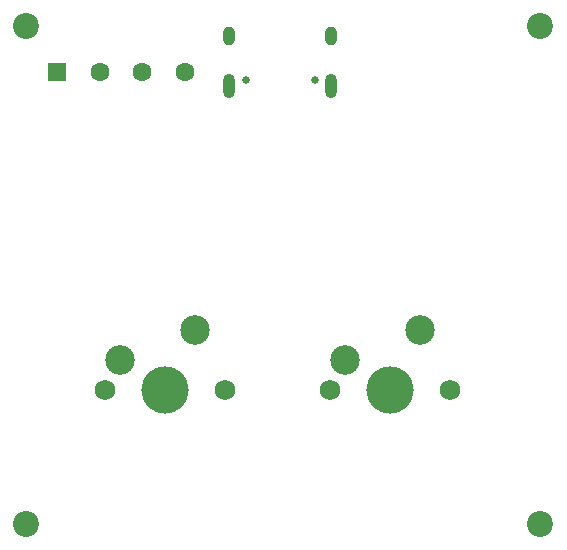
<source format=gbr>
%TF.GenerationSoftware,KiCad,Pcbnew,(6.0.7)*%
%TF.CreationDate,2022-09-15T12:25:05+02:00*%
%TF.ProjectId,rp2040-keypad,72703230-3430-42d6-9b65-797061642e6b,rev?*%
%TF.SameCoordinates,Original*%
%TF.FileFunction,Soldermask,Bot*%
%TF.FilePolarity,Negative*%
%FSLAX46Y46*%
G04 Gerber Fmt 4.6, Leading zero omitted, Abs format (unit mm)*
G04 Created by KiCad (PCBNEW (6.0.7)) date 2022-09-15 12:25:05*
%MOMM*%
%LPD*%
G01*
G04 APERTURE LIST*
G04 Aperture macros list*
%AMRoundRect*
0 Rectangle with rounded corners*
0 $1 Rounding radius*
0 $2 $3 $4 $5 $6 $7 $8 $9 X,Y pos of 4 corners*
0 Add a 4 corners polygon primitive as box body*
4,1,4,$2,$3,$4,$5,$6,$7,$8,$9,$2,$3,0*
0 Add four circle primitives for the rounded corners*
1,1,$1+$1,$2,$3*
1,1,$1+$1,$4,$5*
1,1,$1+$1,$6,$7*
1,1,$1+$1,$8,$9*
0 Add four rect primitives between the rounded corners*
20,1,$1+$1,$2,$3,$4,$5,0*
20,1,$1+$1,$4,$5,$6,$7,0*
20,1,$1+$1,$6,$7,$8,$9,0*
20,1,$1+$1,$8,$9,$2,$3,0*%
G04 Aperture macros list end*
%ADD10C,0.650000*%
%ADD11O,1.000000X1.600000*%
%ADD12O,1.000000X2.100000*%
%ADD13C,4.000000*%
%ADD14C,1.750000*%
%ADD15C,2.500000*%
%ADD16C,2.200000*%
%ADD17RoundRect,0.250000X-0.550000X-0.550000X0.550000X-0.550000X0.550000X0.550000X-0.550000X0.550000X0*%
%ADD18C,1.600000*%
G04 APERTURE END LIST*
D10*
%TO.C,J1*%
X156610000Y-64600000D03*
X162390000Y-64600000D03*
D11*
X155180000Y-60950000D03*
D12*
X155180000Y-65130000D03*
D11*
X163820000Y-60950000D03*
D12*
X163820000Y-65130000D03*
%TD*%
D13*
%TO.C,SW1*%
X168750000Y-90900000D03*
D14*
X163670000Y-90900000D03*
X173830000Y-90900000D03*
D15*
X164940000Y-88360000D03*
X171290000Y-85820000D03*
%TD*%
D13*
%TO.C,SW2*%
X149700000Y-90900000D03*
D14*
X144620000Y-90900000D03*
X154780000Y-90900000D03*
D15*
X145890000Y-88360000D03*
X152240000Y-85820000D03*
%TD*%
D16*
%TO.C,H2*%
X138000000Y-102225000D03*
%TD*%
%TO.C,H4*%
X181500000Y-60050000D03*
%TD*%
%TO.C,H1*%
X138000000Y-60050000D03*
%TD*%
D17*
%TO.C,J2*%
X140600000Y-64000000D03*
D18*
X144200000Y-64000000D03*
X147800000Y-64000000D03*
X151400000Y-64000000D03*
%TD*%
D16*
%TO.C,H3*%
X181500000Y-102225000D03*
%TD*%
M02*

</source>
